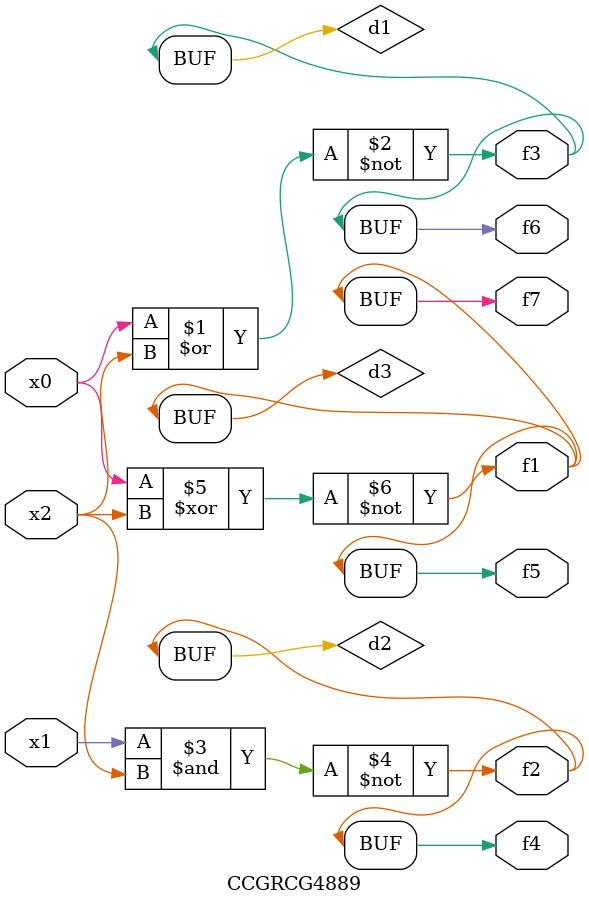
<source format=v>
module CCGRCG4889(
	input x0, x1, x2,
	output f1, f2, f3, f4, f5, f6, f7
);

	wire d1, d2, d3;

	nor (d1, x0, x2);
	nand (d2, x1, x2);
	xnor (d3, x0, x2);
	assign f1 = d3;
	assign f2 = d2;
	assign f3 = d1;
	assign f4 = d2;
	assign f5 = d3;
	assign f6 = d1;
	assign f7 = d3;
endmodule

</source>
